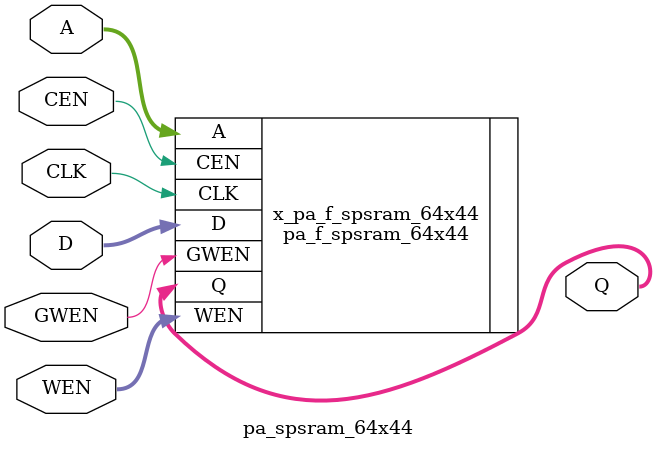
<source format=v>

/*Copyright 2020-2021 T-Head Semiconductor Co., Ltd.

Licensed under the Apache License, Version 2.0 (the "License");
you may not use this file except in compliance with the License.
You may obtain a copy of the License at

    http://www.apache.org/licenses/LICENSE-2.0

Unless required by applicable law or agreed to in writing, software
distributed under the License is distributed on an "AS IS" BASIS,
WITHOUT WARRANTIES OR CONDITIONS OF ANY KIND, either express or implied.
See the License for the specific language governing permissions and
limitations under the License.
*/

// &ModuleBeg; @22
module pa_spsram_64x44(
  A,
  CEN,
  CLK,
  D,
  GWEN,
  Q,
  WEN
);

// &Ports; @23
input   [5 :0]  A;   
input           CEN; 
input           CLK; 
input   [43:0]  D;   
input           GWEN; 
input   [43:0]  WEN; 
output  [43:0]  Q;   

// &Regs; @24

// &Wires; @25
wire    [5 :0]  A;   
wire            CEN; 
wire            CLK; 
wire    [43:0]  D;   
wire            GWEN; 
wire    [43:0]  Q;   
wire    [43:0]  WEN; 


//**********************************************************
//                  Parameter Definition
//**********************************************************
parameter ADDR_WIDTH = 6;
parameter DATA_WIDTH = 44;
parameter WE_WIDTH   = 44;

// &Force("bus","Q",DATA_WIDTH-1,0); @34
// &Force("bus","WEN",WE_WIDTH-1,0); @35
// &Force("bus","A",ADDR_WIDTH-1,0); @36
// &Force("bus","D",DATA_WIDTH-1,0); @37

//  //********************************************************
//  //*                        FPGA memory                   *
//  //********************************************************
//   &Instance("pa_f_spsram_64x44"); @43
pa_f_spsram_64x44  x_pa_f_spsram_64x44 (
  .A    (A   ),
  .CEN  (CEN ),
  .CLK  (CLK ),
  .D    (D   ),
  .GWEN (GWEN),
  .Q    (Q   ),
  .WEN  (WEN )
);

//   &Instance("pa_tsmc_spsram_64x44"); @49

// &ModuleEnd; @65
endmodule



</source>
